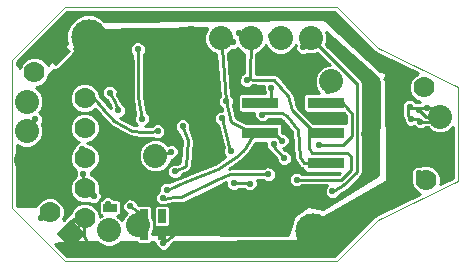
<source format=gbl>
G04 (created by PCBNEW (2013-jul-07)-stable) date Fri 12 Jun 2015 01:12:31 PM EDT*
%MOIN*%
G04 Gerber Fmt 3.4, Leading zero omitted, Abs format*
%FSLAX34Y34*%
G01*
G70*
G90*
G04 APERTURE LIST*
%ADD10C,0.00590551*%
%ADD11C,0.00393701*%
%ADD12R,0.119X0.038*%
%ADD13R,0.045X0.025*%
%ADD14R,0.07X0.07*%
%ADD15C,0.07*%
%ADD16C,0.08*%
%ADD17C,0.11811*%
%ADD18R,0.025X0.045*%
%ADD19C,0.022*%
%ADD20C,0.009*%
%ADD21C,0.02*%
%ADD22C,0.01*%
G04 APERTURE END LIST*
G54D10*
G54D11*
X28718Y-19360D02*
X19662Y-19360D01*
X28718Y-27825D02*
X19662Y-27825D01*
X19662Y-27825D02*
X17891Y-26053D01*
X17891Y-21132D02*
X19662Y-19360D01*
X32753Y-25167D02*
X30096Y-26447D01*
X32753Y-22018D02*
X32753Y-25167D01*
X30096Y-20738D02*
X32753Y-22018D01*
X17891Y-21132D02*
X17891Y-26053D01*
X28718Y-19360D02*
X30096Y-20738D01*
X28718Y-27825D02*
X30096Y-26447D01*
G54D12*
X26170Y-22551D03*
X26170Y-23551D03*
X26170Y-24551D03*
X28350Y-22551D03*
X28350Y-23551D03*
X28350Y-24551D03*
G54D13*
X21168Y-26049D03*
X21168Y-25449D03*
G54D14*
X20325Y-21395D03*
G54D15*
X20325Y-22395D03*
X20325Y-23395D03*
X20325Y-24395D03*
X20325Y-25395D03*
X20325Y-26395D03*
G54D16*
X21137Y-26807D03*
G54D10*
G36*
X19355Y-20319D02*
X19850Y-20814D01*
X19355Y-21309D01*
X18860Y-20814D01*
X19355Y-20319D01*
X19355Y-20319D01*
G37*
G54D15*
X18648Y-21521D03*
G54D10*
G36*
X30260Y-21779D02*
X30556Y-21144D01*
X31190Y-21440D01*
X30894Y-22075D01*
X30260Y-21779D01*
X30260Y-21779D01*
G37*
G54D15*
X31631Y-22032D03*
G54D10*
G36*
X30607Y-25996D02*
X30311Y-25362D01*
X30946Y-25066D01*
X31241Y-25700D01*
X30607Y-25996D01*
X30607Y-25996D01*
G37*
G54D15*
X31683Y-25108D03*
G54D10*
G36*
X20356Y-26908D02*
X19861Y-27403D01*
X19366Y-26908D01*
X19861Y-26413D01*
X20356Y-26908D01*
X20356Y-26908D01*
G37*
G54D15*
X19154Y-26201D03*
G54D16*
X32170Y-23010D03*
X32130Y-24060D03*
X22676Y-24314D03*
G54D17*
X20450Y-20344D03*
X27930Y-26840D03*
G54D16*
X24850Y-20400D03*
X25850Y-20400D03*
X26850Y-20400D03*
X23850Y-20400D03*
X18383Y-23494D03*
X18383Y-22510D03*
X18379Y-24462D03*
X27857Y-20381D03*
G54D18*
X22886Y-26325D03*
X22286Y-26325D03*
X22299Y-26897D03*
X22899Y-26897D03*
G54D16*
X22095Y-26636D03*
X28533Y-21840D03*
G54D19*
X22886Y-26325D03*
X20624Y-25660D03*
X20277Y-24936D03*
X23332Y-24836D03*
X23585Y-23333D03*
X26544Y-20337D03*
X25827Y-25241D03*
X25299Y-25229D03*
X25190Y-24158D03*
X24894Y-23073D03*
X30750Y-21452D03*
X30681Y-25547D03*
X19754Y-27194D03*
X19362Y-20733D03*
X19632Y-20865D03*
X19976Y-27018D03*
X30610Y-21660D03*
X31623Y-23909D03*
X31056Y-23916D03*
X31266Y-24427D03*
X31900Y-24440D03*
X30946Y-25431D03*
X28128Y-23945D03*
X26238Y-22943D03*
X28578Y-25497D03*
X26544Y-22041D03*
X27608Y-20700D03*
X26616Y-23934D03*
X26978Y-24398D03*
X26509Y-26824D03*
X28854Y-21006D03*
X26064Y-22082D03*
X26403Y-20937D03*
X28986Y-23106D03*
X23638Y-25976D03*
X25836Y-23016D03*
X24024Y-24339D03*
X24444Y-22671D03*
X23832Y-20562D03*
X21371Y-24917D03*
X18483Y-25554D03*
X20713Y-21406D03*
X26196Y-26105D03*
X27059Y-23378D03*
X31469Y-22775D03*
X27534Y-22658D03*
X28004Y-21445D03*
X21858Y-24385D03*
X29898Y-23690D03*
X30033Y-23405D03*
X29796Y-23288D03*
X29646Y-23588D03*
X31161Y-22677D03*
X31214Y-23089D03*
X31722Y-22729D03*
X31511Y-23179D03*
X18932Y-24462D03*
X19226Y-23349D03*
X22941Y-27216D03*
X24714Y-26723D03*
X22755Y-23499D03*
X23190Y-24184D03*
X18582Y-21318D03*
X18600Y-21702D03*
X31602Y-22250D03*
X31773Y-22051D03*
X31457Y-24902D03*
X31770Y-25020D03*
X19128Y-26184D03*
X18867Y-26379D03*
X21446Y-22798D03*
X21156Y-22216D03*
X22096Y-20766D03*
X22233Y-23088D03*
X18678Y-22510D03*
X28416Y-22155D03*
X21092Y-25930D03*
X18678Y-23100D03*
X21112Y-26852D03*
X25470Y-20217D03*
X25731Y-21807D03*
X27389Y-25109D03*
X26439Y-24935D03*
X22932Y-25726D03*
X28469Y-23602D03*
X26061Y-23556D03*
X26895Y-23808D03*
X25257Y-20526D03*
X25032Y-22505D03*
X23054Y-25448D03*
X21839Y-26001D03*
X20400Y-23444D03*
X20238Y-24086D03*
G54D20*
X20295Y-25400D02*
X20338Y-25400D01*
X20338Y-25400D02*
X20624Y-25660D01*
X20277Y-24936D02*
X20295Y-25175D01*
X20295Y-25175D02*
X20295Y-25400D01*
X23760Y-23787D02*
X23585Y-23381D01*
X23585Y-23381D02*
X23585Y-23333D01*
X23332Y-24836D02*
X23694Y-24644D01*
X23694Y-24644D02*
X23760Y-23787D01*
X25827Y-25241D02*
X25815Y-25229D01*
X25815Y-25229D02*
X25299Y-25229D01*
X25190Y-24158D02*
X25145Y-24030D01*
X25145Y-24030D02*
X24894Y-23073D01*
X30725Y-21476D02*
X30725Y-21609D01*
X30750Y-21452D02*
X30725Y-21476D01*
X30796Y-25431D02*
X30946Y-25431D01*
X30681Y-25547D02*
X30796Y-25431D01*
X19754Y-27194D02*
X19861Y-26908D01*
X19455Y-20088D02*
X19420Y-20778D01*
X19362Y-20733D02*
X19420Y-20778D01*
X19632Y-20865D02*
X19420Y-20778D01*
X20298Y-26976D02*
X20560Y-27480D01*
X20560Y-27480D02*
X21690Y-27590D01*
X21690Y-27590D02*
X24320Y-27530D01*
X24320Y-27530D02*
X24790Y-27300D01*
X20325Y-26395D02*
X20298Y-26976D01*
X20298Y-26976D02*
X20299Y-26984D01*
X20325Y-26395D02*
X19917Y-26439D01*
X19917Y-26439D02*
X19861Y-26908D01*
X19976Y-27018D02*
X19763Y-27043D01*
X19763Y-27043D02*
X20325Y-26395D01*
X30610Y-21660D02*
X30641Y-21628D01*
X30641Y-21628D02*
X30866Y-21628D01*
X31063Y-23909D02*
X31623Y-23909D01*
X31056Y-23916D02*
X31063Y-23909D01*
X31462Y-24301D02*
X31392Y-24301D01*
X31392Y-24301D02*
X31266Y-24427D01*
X32130Y-24060D02*
X31199Y-24060D01*
X30946Y-24312D02*
X30946Y-25431D01*
X31199Y-24060D02*
X30946Y-24312D01*
X32130Y-24060D02*
X32130Y-24210D01*
X32130Y-24210D02*
X31900Y-24440D01*
X31980Y-24010D02*
X31230Y-24010D01*
X30866Y-23646D02*
X30866Y-21628D01*
X31230Y-24010D02*
X30866Y-23646D01*
X30718Y-21628D02*
X30866Y-21628D01*
X28895Y-19805D02*
X29277Y-20187D01*
X29277Y-20187D02*
X29315Y-20225D01*
X29315Y-20225D02*
X30718Y-21628D01*
X19905Y-19587D02*
X19455Y-20088D01*
X28600Y-19510D02*
X28895Y-19805D01*
X27857Y-19515D02*
X19905Y-19587D01*
X27857Y-19510D02*
X27857Y-19515D01*
X27857Y-19510D02*
X28600Y-19510D01*
X28350Y-22551D02*
X28935Y-22551D01*
X28948Y-23945D02*
X28128Y-23945D01*
X29223Y-23643D02*
X28948Y-23945D01*
X29219Y-22914D02*
X29223Y-23643D01*
X28935Y-22551D02*
X29219Y-22914D01*
X27063Y-22994D02*
X26901Y-22902D01*
X26901Y-22902D02*
X26301Y-22880D01*
X26301Y-22880D02*
X26238Y-22943D01*
X28350Y-24551D02*
X27627Y-24551D01*
X27428Y-23445D02*
X27063Y-22994D01*
X27063Y-22994D02*
X27066Y-22997D01*
X27504Y-24359D02*
X27428Y-23445D01*
X27627Y-24551D02*
X27504Y-24359D01*
X28782Y-21308D02*
X27857Y-20383D01*
X29378Y-21883D02*
X28782Y-21308D01*
X29395Y-24847D02*
X29401Y-21883D01*
X28945Y-25305D02*
X29395Y-24847D01*
X28667Y-25455D02*
X28945Y-25305D01*
X28578Y-25497D02*
X28667Y-25455D01*
X29401Y-21883D02*
X29378Y-21883D01*
X27857Y-20383D02*
X27857Y-20381D01*
X26523Y-22551D02*
X26170Y-22551D01*
X26544Y-22041D02*
X26523Y-22551D01*
X27608Y-20700D02*
X27857Y-20545D01*
X27857Y-20545D02*
X27857Y-20381D01*
X26616Y-24036D02*
X26616Y-23934D01*
X26978Y-24398D02*
X26616Y-24036D01*
X26362Y-26677D02*
X26362Y-26299D01*
X26509Y-26824D02*
X26362Y-26677D01*
X28868Y-21006D02*
X28971Y-20903D01*
X28854Y-21006D02*
X28868Y-21006D01*
X25604Y-23016D02*
X25836Y-23016D01*
X25376Y-22788D02*
X25604Y-23016D01*
X25376Y-22235D02*
X25376Y-22788D01*
X25462Y-22149D02*
X25376Y-22235D01*
X25997Y-22149D02*
X25462Y-22149D01*
X26064Y-22082D02*
X25997Y-22149D01*
X27199Y-21445D02*
X26803Y-21049D01*
X26803Y-21049D02*
X26403Y-20937D01*
X27199Y-21445D02*
X28004Y-21445D01*
X26403Y-21221D02*
X26403Y-20937D01*
X26159Y-21465D02*
X26403Y-21221D01*
X27534Y-22774D02*
X27534Y-22658D01*
X27782Y-23022D02*
X27534Y-22774D01*
X28902Y-23022D02*
X27782Y-23022D01*
X28986Y-23106D02*
X28902Y-23022D01*
X27666Y-21528D02*
X27921Y-21528D01*
X27921Y-21528D02*
X28004Y-21445D01*
X22623Y-26040D02*
X22623Y-26040D01*
X22704Y-25960D02*
X22623Y-26040D01*
X23622Y-25960D02*
X22704Y-25960D01*
X23638Y-25976D02*
X23622Y-25960D01*
X26013Y-23165D02*
X25985Y-23165D01*
X26013Y-23165D02*
X26040Y-23192D01*
X26040Y-23192D02*
X26040Y-23224D01*
X26039Y-23225D02*
X26040Y-23224D01*
X26039Y-23225D02*
X26908Y-23225D01*
X26908Y-23225D02*
X27059Y-23376D01*
X27059Y-23376D02*
X27059Y-23378D01*
X25985Y-23165D02*
X25836Y-23016D01*
X24201Y-24162D02*
X24201Y-23454D01*
X24024Y-24339D02*
X24201Y-24162D01*
X27059Y-23378D02*
X27059Y-23540D01*
X26954Y-24728D02*
X26936Y-24710D01*
X26954Y-25708D02*
X26954Y-24728D01*
X26362Y-26299D02*
X26954Y-25708D01*
X27059Y-23540D02*
X27218Y-23612D01*
X27218Y-23612D02*
X27218Y-24515D01*
X27218Y-24515D02*
X26936Y-24710D01*
X24444Y-22671D02*
X24444Y-22135D01*
X23850Y-21541D02*
X23850Y-20400D01*
X24444Y-22135D02*
X23850Y-21541D01*
X24444Y-23211D02*
X24444Y-22671D01*
X24201Y-23454D02*
X24444Y-23211D01*
X23832Y-20562D02*
X23850Y-20544D01*
X23850Y-20544D02*
X23850Y-20400D01*
X21168Y-24885D02*
X21339Y-24885D01*
X21339Y-24885D02*
X21371Y-24917D01*
X21168Y-25449D02*
X21168Y-24885D01*
X21168Y-24885D02*
X21168Y-24859D01*
X21168Y-24859D02*
X21628Y-24399D01*
X18600Y-25202D02*
X18600Y-25436D01*
X18600Y-25436D02*
X18483Y-25554D01*
X18932Y-24462D02*
X18932Y-24804D01*
X18932Y-24804D02*
X18567Y-25169D01*
X20450Y-21143D02*
X20450Y-20344D01*
X20713Y-21406D02*
X20450Y-21143D01*
X18379Y-24462D02*
X18379Y-24981D01*
X18379Y-24981D02*
X18567Y-25169D01*
X18567Y-25169D02*
X18600Y-25202D01*
X22899Y-26897D02*
X22639Y-26803D01*
X22639Y-26803D02*
X22623Y-26040D01*
X22618Y-25789D02*
X22498Y-25638D01*
X22290Y-25266D02*
X21858Y-24385D01*
X22498Y-25638D02*
X22290Y-25266D01*
X22623Y-26040D02*
X22618Y-25789D01*
X22899Y-26897D02*
X22941Y-27216D01*
X25134Y-26105D02*
X26196Y-26105D01*
X25083Y-26054D02*
X25134Y-26105D01*
X24973Y-26618D02*
X26044Y-26618D01*
X26044Y-26618D02*
X26362Y-26299D01*
X21872Y-24399D02*
X21628Y-24399D01*
X21628Y-24399D02*
X21350Y-24121D01*
X32001Y-23179D02*
X32170Y-23010D01*
X31511Y-23179D02*
X32001Y-23179D01*
X31704Y-23010D02*
X31469Y-22775D01*
X32170Y-23010D02*
X31704Y-23010D01*
X31421Y-23089D02*
X31511Y-23179D01*
X31214Y-23089D02*
X31421Y-23089D01*
X18897Y-24497D02*
X18932Y-24462D01*
X27534Y-21915D02*
X27534Y-22658D01*
X28004Y-21445D02*
X27534Y-21915D01*
X21872Y-24399D02*
X21858Y-24385D01*
X29898Y-23690D02*
X30033Y-23555D01*
X30033Y-23555D02*
X30033Y-23405D01*
X29796Y-23288D02*
X29646Y-23438D01*
X29646Y-23438D02*
X29646Y-23588D01*
X31110Y-22796D02*
X31110Y-22728D01*
X31110Y-22728D02*
X31161Y-22677D01*
X31110Y-22715D02*
X31110Y-22796D01*
X31110Y-22796D02*
X31110Y-22985D01*
X31110Y-22985D02*
X31214Y-23089D01*
X31722Y-22729D02*
X31889Y-22729D01*
X31889Y-22729D02*
X32170Y-23010D01*
X31124Y-22729D02*
X31722Y-22729D01*
X31110Y-22715D02*
X31124Y-22729D01*
X18932Y-24462D02*
X18939Y-24455D01*
X18939Y-24455D02*
X18939Y-23216D01*
X19226Y-23349D02*
X19093Y-23216D01*
X19093Y-23216D02*
X18939Y-23216D01*
X24714Y-26723D02*
X23587Y-26723D01*
X23587Y-26723D02*
X22941Y-27216D01*
X24714Y-26723D02*
X24819Y-26618D01*
X24819Y-26618D02*
X24973Y-26618D01*
X24973Y-26618D02*
X24980Y-26618D01*
X20295Y-22400D02*
X20629Y-22400D01*
X20629Y-22400D02*
X20943Y-22759D01*
X20943Y-22759D02*
X21306Y-23160D01*
X21306Y-23160D02*
X21912Y-23485D01*
X21912Y-23485D02*
X22266Y-23514D01*
X22266Y-23514D02*
X22452Y-23526D01*
X22452Y-23526D02*
X22755Y-23499D01*
X23190Y-24184D02*
X23161Y-24213D01*
X23161Y-24213D02*
X22754Y-24217D01*
G54D21*
X18582Y-21318D02*
X18713Y-21485D01*
X18600Y-21702D02*
X18713Y-21485D01*
X31602Y-22250D02*
X31773Y-22078D01*
X31773Y-22078D02*
X31773Y-22051D01*
X31457Y-24902D02*
X31563Y-25008D01*
X31563Y-25008D02*
X31853Y-25008D01*
G54D20*
X31781Y-25008D02*
X31853Y-25008D01*
X31770Y-25020D02*
X31781Y-25008D01*
G54D21*
X19128Y-26184D02*
X19056Y-26336D01*
X18867Y-26379D02*
X19056Y-26336D01*
G54D20*
X21446Y-22798D02*
X21329Y-22540D01*
X21329Y-22540D02*
X21156Y-22216D01*
X22111Y-21671D02*
X22111Y-21269D01*
X22111Y-21269D02*
X22096Y-20766D01*
X22233Y-23088D02*
X22113Y-22372D01*
X22113Y-22372D02*
X22111Y-21671D01*
X18678Y-22510D02*
X18383Y-22510D01*
X28533Y-22038D02*
X28533Y-21840D01*
X28416Y-22155D02*
X28533Y-22038D01*
X21157Y-25995D02*
X21155Y-26031D01*
X21092Y-25930D02*
X21157Y-25995D01*
X18383Y-23396D02*
X18383Y-23494D01*
X18678Y-23100D02*
X18383Y-23396D01*
X21051Y-26791D02*
X21032Y-26791D01*
X21112Y-26852D02*
X21051Y-26791D01*
X25676Y-21742D02*
X25835Y-21749D01*
X25676Y-21742D02*
X26136Y-21786D01*
X25656Y-20400D02*
X25850Y-20400D01*
X25470Y-20217D02*
X25656Y-20400D01*
X27997Y-23551D02*
X28350Y-23551D01*
X27225Y-22779D02*
X27997Y-23551D01*
X27095Y-22311D02*
X27225Y-22779D01*
X26636Y-21789D02*
X27095Y-22311D01*
X26411Y-21780D02*
X26636Y-21789D01*
X26136Y-21786D02*
X26411Y-21780D01*
X25835Y-21749D02*
X25850Y-20400D01*
X25710Y-21786D02*
X25676Y-21742D01*
X25731Y-21807D02*
X25710Y-21786D01*
X27389Y-25109D02*
X28874Y-25109D01*
X28874Y-25109D02*
X29184Y-24799D01*
X29184Y-24799D02*
X29184Y-24317D01*
X29184Y-24317D02*
X29076Y-24209D01*
X29076Y-24209D02*
X27888Y-24209D01*
X27888Y-24209D02*
X27799Y-24065D01*
X27799Y-24065D02*
X27799Y-23695D01*
X27799Y-23695D02*
X27862Y-23551D01*
X27862Y-23551D02*
X28350Y-23551D01*
X25170Y-24935D02*
X26439Y-24935D01*
X24705Y-25137D02*
X25170Y-24935D01*
X23532Y-25707D02*
X24705Y-25137D01*
X23286Y-25707D02*
X23532Y-25707D01*
X22953Y-25747D02*
X23286Y-25707D01*
X22932Y-25726D02*
X22953Y-25747D01*
X28418Y-23551D02*
X28350Y-23551D01*
X28469Y-23602D02*
X28418Y-23551D01*
X26009Y-23504D02*
X26113Y-23539D01*
X26061Y-23556D02*
X26009Y-23504D01*
X25589Y-24163D02*
X25589Y-24150D01*
X26009Y-23513D02*
X26113Y-23539D01*
X25842Y-23794D02*
X26009Y-23513D01*
X25691Y-24030D02*
X25842Y-23794D01*
X25589Y-24150D02*
X25691Y-24030D01*
X26895Y-23808D02*
X26638Y-23551D01*
X26638Y-23551D02*
X26113Y-23539D01*
X24850Y-20400D02*
X25080Y-20400D01*
X25080Y-20400D02*
X25257Y-20526D01*
X25032Y-22505D02*
X25209Y-23184D01*
X25209Y-23184D02*
X25945Y-23551D01*
X25945Y-23551D02*
X26113Y-23539D01*
X24850Y-20400D02*
X24892Y-20734D01*
X24892Y-20734D02*
X25032Y-22505D01*
X23730Y-25173D02*
X23054Y-25448D01*
X24764Y-24750D02*
X23730Y-25173D01*
X25586Y-24166D02*
X25589Y-24163D01*
X25589Y-24163D02*
X25358Y-24359D01*
X25358Y-24359D02*
X24764Y-24750D01*
X22299Y-26897D02*
X22286Y-26325D01*
X22286Y-26325D02*
X21839Y-26001D01*
X20400Y-23444D02*
X20351Y-23395D01*
X20351Y-23395D02*
X20325Y-23395D01*
X20244Y-23654D02*
X20295Y-23603D01*
X20295Y-23603D02*
X20295Y-23400D01*
X20238Y-24086D02*
X20295Y-24287D01*
X20295Y-24287D02*
X20295Y-24400D01*
X20265Y-24098D02*
X20295Y-24128D01*
X20295Y-24128D02*
X20295Y-24400D01*
G54D10*
G36*
X25015Y-24350D02*
X24668Y-24579D01*
X23954Y-24870D01*
X23954Y-23784D01*
X23948Y-23756D01*
X23945Y-23726D01*
X23940Y-23718D01*
X23938Y-23709D01*
X23822Y-23439D01*
X23844Y-23384D01*
X23845Y-23281D01*
X23805Y-23185D01*
X23732Y-23112D01*
X23636Y-23073D01*
X23533Y-23072D01*
X23437Y-23112D01*
X23364Y-23185D01*
X23325Y-23281D01*
X23324Y-23384D01*
X23364Y-23480D01*
X23437Y-23553D01*
X23448Y-23558D01*
X23561Y-23820D01*
X23507Y-24522D01*
X23450Y-24552D01*
X23450Y-24132D01*
X23410Y-24036D01*
X23337Y-23963D01*
X23241Y-23924D01*
X23138Y-23923D01*
X23085Y-23945D01*
X23015Y-23875D01*
X23015Y-23447D01*
X22975Y-23351D01*
X22902Y-23278D01*
X22806Y-23239D01*
X22703Y-23238D01*
X22607Y-23278D01*
X22566Y-23320D01*
X22449Y-23330D01*
X22343Y-23323D01*
X22380Y-23308D01*
X22453Y-23235D01*
X22492Y-23139D01*
X22493Y-23036D01*
X22453Y-22940D01*
X22396Y-22883D01*
X22308Y-22358D01*
X22306Y-21670D01*
X22306Y-21269D01*
X22305Y-21265D01*
X22305Y-21263D01*
X22296Y-20933D01*
X22316Y-20913D01*
X22355Y-20817D01*
X22356Y-20714D01*
X22316Y-20618D01*
X22243Y-20545D01*
X22147Y-20506D01*
X22044Y-20505D01*
X21948Y-20545D01*
X21875Y-20618D01*
X21836Y-20714D01*
X21835Y-20817D01*
X21875Y-20913D01*
X21906Y-20943D01*
X21916Y-21274D01*
X21916Y-21671D01*
X21916Y-21671D01*
X21916Y-21671D01*
X21918Y-22372D01*
X21921Y-22386D01*
X21920Y-22404D01*
X22011Y-22944D01*
X21973Y-23036D01*
X21972Y-23139D01*
X22012Y-23235D01*
X22080Y-23303D01*
X21968Y-23293D01*
X21515Y-23050D01*
X21593Y-23018D01*
X21666Y-22945D01*
X21705Y-22849D01*
X21706Y-22746D01*
X21666Y-22650D01*
X21593Y-22577D01*
X21552Y-22560D01*
X21506Y-22459D01*
X21502Y-22454D01*
X21501Y-22448D01*
X21411Y-22279D01*
X21415Y-22267D01*
X21416Y-22164D01*
X21376Y-22068D01*
X21303Y-21995D01*
X21207Y-21956D01*
X21104Y-21955D01*
X21008Y-21995D01*
X20935Y-22068D01*
X20896Y-22164D01*
X20895Y-22267D01*
X20935Y-22363D01*
X21008Y-22436D01*
X21065Y-22459D01*
X21154Y-22626D01*
X21196Y-22720D01*
X21188Y-22739D01*
X21090Y-22631D01*
X21089Y-22630D01*
X20825Y-22327D01*
X20825Y-22295D01*
X20749Y-22112D01*
X20608Y-21971D01*
X20424Y-21895D01*
X20225Y-21894D01*
X20042Y-21970D01*
X19901Y-22111D01*
X19825Y-22295D01*
X19824Y-22494D01*
X19900Y-22677D01*
X20041Y-22818D01*
X20225Y-22894D01*
X20424Y-22895D01*
X20607Y-22819D01*
X20676Y-22750D01*
X20796Y-22887D01*
X20797Y-22888D01*
X20798Y-22889D01*
X21154Y-23282D01*
X21155Y-23283D01*
X21156Y-23284D01*
X21161Y-23290D01*
X21181Y-23305D01*
X21213Y-23331D01*
X21819Y-23656D01*
X21821Y-23657D01*
X21822Y-23658D01*
X21860Y-23669D01*
X21892Y-23678D01*
X21894Y-23678D01*
X21896Y-23679D01*
X22250Y-23708D01*
X22252Y-23708D01*
X22253Y-23708D01*
X22439Y-23720D01*
X22454Y-23718D01*
X22469Y-23720D01*
X22597Y-23708D01*
X22607Y-23719D01*
X22703Y-23758D01*
X22806Y-23759D01*
X22902Y-23719D01*
X22975Y-23646D01*
X23014Y-23550D01*
X23015Y-23447D01*
X23015Y-23875D01*
X22987Y-23848D01*
X22785Y-23764D01*
X22567Y-23763D01*
X22364Y-23847D01*
X22210Y-24002D01*
X22126Y-24204D01*
X22125Y-24422D01*
X22209Y-24625D01*
X22364Y-24779D01*
X22566Y-24863D01*
X22784Y-24864D01*
X22987Y-24780D01*
X23141Y-24625D01*
X23217Y-24444D01*
X23241Y-24444D01*
X23337Y-24404D01*
X23410Y-24331D01*
X23449Y-24235D01*
X23450Y-24132D01*
X23450Y-24552D01*
X23396Y-24581D01*
X23383Y-24576D01*
X23280Y-24575D01*
X23184Y-24615D01*
X23111Y-24688D01*
X23072Y-24784D01*
X23071Y-24887D01*
X23111Y-24983D01*
X23184Y-25056D01*
X23280Y-25095D01*
X23383Y-25096D01*
X23479Y-25056D01*
X23552Y-24983D01*
X23575Y-24927D01*
X23785Y-24816D01*
X23803Y-24801D01*
X23820Y-24792D01*
X23830Y-24779D01*
X23844Y-24768D01*
X23855Y-24748D01*
X23867Y-24732D01*
X23872Y-24717D01*
X23880Y-24701D01*
X23882Y-24678D01*
X23888Y-24658D01*
X23954Y-23801D01*
X23953Y-23792D01*
X23954Y-23784D01*
X23954Y-24870D01*
X23656Y-24992D01*
X23654Y-24993D01*
X23140Y-25202D01*
X23105Y-25188D01*
X23002Y-25187D01*
X22906Y-25227D01*
X22833Y-25300D01*
X22794Y-25396D01*
X22793Y-25499D01*
X22794Y-25501D01*
X22784Y-25505D01*
X22711Y-25578D01*
X22672Y-25674D01*
X22671Y-25777D01*
X22711Y-25873D01*
X22784Y-25946D01*
X22793Y-25949D01*
X22731Y-25949D01*
X22676Y-25972D01*
X22633Y-26014D01*
X22611Y-26070D01*
X22610Y-26129D01*
X22610Y-26444D01*
X22561Y-26324D01*
X22561Y-26324D01*
X22561Y-26070D01*
X22538Y-26015D01*
X22496Y-25972D01*
X22440Y-25950D01*
X22381Y-25949D01*
X22131Y-25949D01*
X22112Y-25957D01*
X22098Y-25948D01*
X22059Y-25853D01*
X21986Y-25780D01*
X21890Y-25741D01*
X21787Y-25740D01*
X21691Y-25780D01*
X21618Y-25853D01*
X21579Y-25949D01*
X21578Y-26052D01*
X21618Y-26148D01*
X21691Y-26221D01*
X21720Y-26233D01*
X21629Y-26324D01*
X21571Y-26463D01*
X21448Y-26341D01*
X21408Y-26324D01*
X21422Y-26324D01*
X21477Y-26301D01*
X21520Y-26259D01*
X21542Y-26203D01*
X21543Y-26144D01*
X21543Y-25894D01*
X21520Y-25839D01*
X21478Y-25796D01*
X21422Y-25774D01*
X21363Y-25773D01*
X21303Y-25773D01*
X21239Y-25709D01*
X21143Y-25670D01*
X21040Y-25669D01*
X20944Y-25709D01*
X20884Y-25770D01*
X20884Y-25608D01*
X20844Y-25512D01*
X20824Y-25493D01*
X20825Y-25295D01*
X20749Y-25112D01*
X20608Y-24971D01*
X20536Y-24941D01*
X20537Y-24884D01*
X20524Y-24853D01*
X20607Y-24819D01*
X20748Y-24678D01*
X20824Y-24494D01*
X20825Y-24295D01*
X20749Y-24112D01*
X20608Y-23971D01*
X20424Y-23895D01*
X20414Y-23895D01*
X20414Y-23895D01*
X20424Y-23895D01*
X20607Y-23819D01*
X20748Y-23678D01*
X20824Y-23494D01*
X20825Y-23295D01*
X20749Y-23112D01*
X20608Y-22971D01*
X20424Y-22895D01*
X20225Y-22894D01*
X20042Y-22970D01*
X19901Y-23111D01*
X19825Y-23295D01*
X19824Y-23494D01*
X19900Y-23677D01*
X20041Y-23818D01*
X20122Y-23852D01*
X20090Y-23865D01*
X20017Y-23938D01*
X19978Y-24034D01*
X19978Y-24034D01*
X19901Y-24111D01*
X19825Y-24295D01*
X19824Y-24494D01*
X19900Y-24677D01*
X20041Y-24818D01*
X20043Y-24819D01*
X20017Y-24884D01*
X20016Y-24987D01*
X20019Y-24993D01*
X19901Y-25111D01*
X19825Y-25295D01*
X19824Y-25494D01*
X19900Y-25677D01*
X20041Y-25818D01*
X20225Y-25894D01*
X20424Y-25895D01*
X20471Y-25875D01*
X20476Y-25880D01*
X20572Y-25919D01*
X20675Y-25920D01*
X20771Y-25880D01*
X20844Y-25807D01*
X20883Y-25711D01*
X20884Y-25608D01*
X20884Y-25770D01*
X20871Y-25782D01*
X20867Y-25792D01*
X20858Y-25796D01*
X20815Y-25838D01*
X20793Y-25894D01*
X20792Y-25953D01*
X20792Y-26203D01*
X20815Y-26258D01*
X20857Y-26301D01*
X20889Y-26314D01*
X20825Y-26340D01*
X20825Y-26341D01*
X20825Y-26295D01*
X20749Y-26112D01*
X20608Y-25971D01*
X20424Y-25895D01*
X20225Y-25894D01*
X20042Y-25970D01*
X19901Y-26111D01*
X19838Y-26263D01*
X19837Y-26263D01*
X19831Y-26263D01*
X19776Y-26286D01*
X19734Y-26328D01*
X19619Y-26443D01*
X19599Y-26432D01*
X19654Y-26301D01*
X19654Y-26102D01*
X19578Y-25918D01*
X19438Y-25777D01*
X19254Y-25701D01*
X19055Y-25701D01*
X18871Y-25777D01*
X18730Y-25917D01*
X18705Y-25979D01*
X18075Y-25998D01*
X18061Y-25983D01*
X18061Y-23949D01*
X18071Y-23960D01*
X18273Y-24044D01*
X18492Y-24044D01*
X18694Y-23961D01*
X18849Y-23806D01*
X18933Y-23604D01*
X18933Y-23385D01*
X18883Y-23263D01*
X18899Y-23248D01*
X18938Y-23152D01*
X18938Y-23049D01*
X18899Y-22953D01*
X18826Y-22880D01*
X18801Y-22870D01*
X18849Y-22822D01*
X18933Y-22620D01*
X18933Y-22574D01*
X18938Y-22562D01*
X18938Y-22458D01*
X18933Y-22446D01*
X18933Y-22401D01*
X18850Y-22199D01*
X18711Y-22060D01*
X18748Y-22021D01*
X18931Y-21945D01*
X19072Y-21805D01*
X19148Y-21621D01*
X19148Y-21597D01*
X19291Y-21445D01*
X19325Y-21459D01*
X19385Y-21459D01*
X19440Y-21436D01*
X19482Y-21394D01*
X19977Y-20899D01*
X20000Y-20844D01*
X20000Y-20784D01*
X19977Y-20729D01*
X19972Y-20724D01*
X20551Y-20109D01*
X24412Y-20059D01*
X24384Y-20088D01*
X24300Y-20290D01*
X24299Y-20508D01*
X24383Y-20711D01*
X24538Y-20865D01*
X24712Y-20938D01*
X24823Y-22345D01*
X24811Y-22357D01*
X24772Y-22453D01*
X24771Y-22556D01*
X24811Y-22652D01*
X24884Y-22725D01*
X24888Y-22726D01*
X24910Y-22813D01*
X24842Y-22812D01*
X24746Y-22852D01*
X24673Y-22925D01*
X24634Y-23021D01*
X24633Y-23124D01*
X24673Y-23220D01*
X24746Y-23293D01*
X24750Y-23294D01*
X24950Y-24056D01*
X24930Y-24106D01*
X24929Y-24209D01*
X24969Y-24305D01*
X25015Y-24350D01*
X25015Y-24350D01*
G37*
G54D22*
X25015Y-24350D02*
X24668Y-24579D01*
X23954Y-24870D01*
X23954Y-23784D01*
X23948Y-23756D01*
X23945Y-23726D01*
X23940Y-23718D01*
X23938Y-23709D01*
X23822Y-23439D01*
X23844Y-23384D01*
X23845Y-23281D01*
X23805Y-23185D01*
X23732Y-23112D01*
X23636Y-23073D01*
X23533Y-23072D01*
X23437Y-23112D01*
X23364Y-23185D01*
X23325Y-23281D01*
X23324Y-23384D01*
X23364Y-23480D01*
X23437Y-23553D01*
X23448Y-23558D01*
X23561Y-23820D01*
X23507Y-24522D01*
X23450Y-24552D01*
X23450Y-24132D01*
X23410Y-24036D01*
X23337Y-23963D01*
X23241Y-23924D01*
X23138Y-23923D01*
X23085Y-23945D01*
X23015Y-23875D01*
X23015Y-23447D01*
X22975Y-23351D01*
X22902Y-23278D01*
X22806Y-23239D01*
X22703Y-23238D01*
X22607Y-23278D01*
X22566Y-23320D01*
X22449Y-23330D01*
X22343Y-23323D01*
X22380Y-23308D01*
X22453Y-23235D01*
X22492Y-23139D01*
X22493Y-23036D01*
X22453Y-22940D01*
X22396Y-22883D01*
X22308Y-22358D01*
X22306Y-21670D01*
X22306Y-21269D01*
X22305Y-21265D01*
X22305Y-21263D01*
X22296Y-20933D01*
X22316Y-20913D01*
X22355Y-20817D01*
X22356Y-20714D01*
X22316Y-20618D01*
X22243Y-20545D01*
X22147Y-20506D01*
X22044Y-20505D01*
X21948Y-20545D01*
X21875Y-20618D01*
X21836Y-20714D01*
X21835Y-20817D01*
X21875Y-20913D01*
X21906Y-20943D01*
X21916Y-21274D01*
X21916Y-21671D01*
X21916Y-21671D01*
X21916Y-21671D01*
X21918Y-22372D01*
X21921Y-22386D01*
X21920Y-22404D01*
X22011Y-22944D01*
X21973Y-23036D01*
X21972Y-23139D01*
X22012Y-23235D01*
X22080Y-23303D01*
X21968Y-23293D01*
X21515Y-23050D01*
X21593Y-23018D01*
X21666Y-22945D01*
X21705Y-22849D01*
X21706Y-22746D01*
X21666Y-22650D01*
X21593Y-22577D01*
X21552Y-22560D01*
X21506Y-22459D01*
X21502Y-22454D01*
X21501Y-22448D01*
X21411Y-22279D01*
X21415Y-22267D01*
X21416Y-22164D01*
X21376Y-22068D01*
X21303Y-21995D01*
X21207Y-21956D01*
X21104Y-21955D01*
X21008Y-21995D01*
X20935Y-22068D01*
X20896Y-22164D01*
X20895Y-22267D01*
X20935Y-22363D01*
X21008Y-22436D01*
X21065Y-22459D01*
X21154Y-22626D01*
X21196Y-22720D01*
X21188Y-22739D01*
X21090Y-22631D01*
X21089Y-22630D01*
X20825Y-22327D01*
X20825Y-22295D01*
X20749Y-22112D01*
X20608Y-21971D01*
X20424Y-21895D01*
X20225Y-21894D01*
X20042Y-21970D01*
X19901Y-22111D01*
X19825Y-22295D01*
X19824Y-22494D01*
X19900Y-22677D01*
X20041Y-22818D01*
X20225Y-22894D01*
X20424Y-22895D01*
X20607Y-22819D01*
X20676Y-22750D01*
X20796Y-22887D01*
X20797Y-22888D01*
X20798Y-22889D01*
X21154Y-23282D01*
X21155Y-23283D01*
X21156Y-23284D01*
X21161Y-23290D01*
X21181Y-23305D01*
X21213Y-23331D01*
X21819Y-23656D01*
X21821Y-23657D01*
X21822Y-23658D01*
X21860Y-23669D01*
X21892Y-23678D01*
X21894Y-23678D01*
X21896Y-23679D01*
X22250Y-23708D01*
X22252Y-23708D01*
X22253Y-23708D01*
X22439Y-23720D01*
X22454Y-23718D01*
X22469Y-23720D01*
X22597Y-23708D01*
X22607Y-23719D01*
X22703Y-23758D01*
X22806Y-23759D01*
X22902Y-23719D01*
X22975Y-23646D01*
X23014Y-23550D01*
X23015Y-23447D01*
X23015Y-23875D01*
X22987Y-23848D01*
X22785Y-23764D01*
X22567Y-23763D01*
X22364Y-23847D01*
X22210Y-24002D01*
X22126Y-24204D01*
X22125Y-24422D01*
X22209Y-24625D01*
X22364Y-24779D01*
X22566Y-24863D01*
X22784Y-24864D01*
X22987Y-24780D01*
X23141Y-24625D01*
X23217Y-24444D01*
X23241Y-24444D01*
X23337Y-24404D01*
X23410Y-24331D01*
X23449Y-24235D01*
X23450Y-24132D01*
X23450Y-24552D01*
X23396Y-24581D01*
X23383Y-24576D01*
X23280Y-24575D01*
X23184Y-24615D01*
X23111Y-24688D01*
X23072Y-24784D01*
X23071Y-24887D01*
X23111Y-24983D01*
X23184Y-25056D01*
X23280Y-25095D01*
X23383Y-25096D01*
X23479Y-25056D01*
X23552Y-24983D01*
X23575Y-24927D01*
X23785Y-24816D01*
X23803Y-24801D01*
X23820Y-24792D01*
X23830Y-24779D01*
X23844Y-24768D01*
X23855Y-24748D01*
X23867Y-24732D01*
X23872Y-24717D01*
X23880Y-24701D01*
X23882Y-24678D01*
X23888Y-24658D01*
X23954Y-23801D01*
X23953Y-23792D01*
X23954Y-23784D01*
X23954Y-24870D01*
X23656Y-24992D01*
X23654Y-24993D01*
X23140Y-25202D01*
X23105Y-25188D01*
X23002Y-25187D01*
X22906Y-25227D01*
X22833Y-25300D01*
X22794Y-25396D01*
X22793Y-25499D01*
X22794Y-25501D01*
X22784Y-25505D01*
X22711Y-25578D01*
X22672Y-25674D01*
X22671Y-25777D01*
X22711Y-25873D01*
X22784Y-25946D01*
X22793Y-25949D01*
X22731Y-25949D01*
X22676Y-25972D01*
X22633Y-26014D01*
X22611Y-26070D01*
X22610Y-26129D01*
X22610Y-26444D01*
X22561Y-26324D01*
X22561Y-26324D01*
X22561Y-26070D01*
X22538Y-26015D01*
X22496Y-25972D01*
X22440Y-25950D01*
X22381Y-25949D01*
X22131Y-25949D01*
X22112Y-25957D01*
X22098Y-25948D01*
X22059Y-25853D01*
X21986Y-25780D01*
X21890Y-25741D01*
X21787Y-25740D01*
X21691Y-25780D01*
X21618Y-25853D01*
X21579Y-25949D01*
X21578Y-26052D01*
X21618Y-26148D01*
X21691Y-26221D01*
X21720Y-26233D01*
X21629Y-26324D01*
X21571Y-26463D01*
X21448Y-26341D01*
X21408Y-26324D01*
X21422Y-26324D01*
X21477Y-26301D01*
X21520Y-26259D01*
X21542Y-26203D01*
X21543Y-26144D01*
X21543Y-25894D01*
X21520Y-25839D01*
X21478Y-25796D01*
X21422Y-25774D01*
X21363Y-25773D01*
X21303Y-25773D01*
X21239Y-25709D01*
X21143Y-25670D01*
X21040Y-25669D01*
X20944Y-25709D01*
X20884Y-25770D01*
X20884Y-25608D01*
X20844Y-25512D01*
X20824Y-25493D01*
X20825Y-25295D01*
X20749Y-25112D01*
X20608Y-24971D01*
X20536Y-24941D01*
X20537Y-24884D01*
X20524Y-24853D01*
X20607Y-24819D01*
X20748Y-24678D01*
X20824Y-24494D01*
X20825Y-24295D01*
X20749Y-24112D01*
X20608Y-23971D01*
X20424Y-23895D01*
X20414Y-23895D01*
X20414Y-23895D01*
X20424Y-23895D01*
X20607Y-23819D01*
X20748Y-23678D01*
X20824Y-23494D01*
X20825Y-23295D01*
X20749Y-23112D01*
X20608Y-22971D01*
X20424Y-22895D01*
X20225Y-22894D01*
X20042Y-22970D01*
X19901Y-23111D01*
X19825Y-23295D01*
X19824Y-23494D01*
X19900Y-23677D01*
X20041Y-23818D01*
X20122Y-23852D01*
X20090Y-23865D01*
X20017Y-23938D01*
X19978Y-24034D01*
X19978Y-24034D01*
X19901Y-24111D01*
X19825Y-24295D01*
X19824Y-24494D01*
X19900Y-24677D01*
X20041Y-24818D01*
X20043Y-24819D01*
X20017Y-24884D01*
X20016Y-24987D01*
X20019Y-24993D01*
X19901Y-25111D01*
X19825Y-25295D01*
X19824Y-25494D01*
X19900Y-25677D01*
X20041Y-25818D01*
X20225Y-25894D01*
X20424Y-25895D01*
X20471Y-25875D01*
X20476Y-25880D01*
X20572Y-25919D01*
X20675Y-25920D01*
X20771Y-25880D01*
X20844Y-25807D01*
X20883Y-25711D01*
X20884Y-25608D01*
X20884Y-25770D01*
X20871Y-25782D01*
X20867Y-25792D01*
X20858Y-25796D01*
X20815Y-25838D01*
X20793Y-25894D01*
X20792Y-25953D01*
X20792Y-26203D01*
X20815Y-26258D01*
X20857Y-26301D01*
X20889Y-26314D01*
X20825Y-26340D01*
X20825Y-26341D01*
X20825Y-26295D01*
X20749Y-26112D01*
X20608Y-25971D01*
X20424Y-25895D01*
X20225Y-25894D01*
X20042Y-25970D01*
X19901Y-26111D01*
X19838Y-26263D01*
X19837Y-26263D01*
X19831Y-26263D01*
X19776Y-26286D01*
X19734Y-26328D01*
X19619Y-26443D01*
X19599Y-26432D01*
X19654Y-26301D01*
X19654Y-26102D01*
X19578Y-25918D01*
X19438Y-25777D01*
X19254Y-25701D01*
X19055Y-25701D01*
X18871Y-25777D01*
X18730Y-25917D01*
X18705Y-25979D01*
X18075Y-25998D01*
X18061Y-25983D01*
X18061Y-23949D01*
X18071Y-23960D01*
X18273Y-24044D01*
X18492Y-24044D01*
X18694Y-23961D01*
X18849Y-23806D01*
X18933Y-23604D01*
X18933Y-23385D01*
X18883Y-23263D01*
X18899Y-23248D01*
X18938Y-23152D01*
X18938Y-23049D01*
X18899Y-22953D01*
X18826Y-22880D01*
X18801Y-22870D01*
X18849Y-22822D01*
X18933Y-22620D01*
X18933Y-22574D01*
X18938Y-22562D01*
X18938Y-22458D01*
X18933Y-22446D01*
X18933Y-22401D01*
X18850Y-22199D01*
X18711Y-22060D01*
X18748Y-22021D01*
X18931Y-21945D01*
X19072Y-21805D01*
X19148Y-21621D01*
X19148Y-21597D01*
X19291Y-21445D01*
X19325Y-21459D01*
X19385Y-21459D01*
X19440Y-21436D01*
X19482Y-21394D01*
X19977Y-20899D01*
X20000Y-20844D01*
X20000Y-20784D01*
X19977Y-20729D01*
X19972Y-20724D01*
X20551Y-20109D01*
X24412Y-20059D01*
X24384Y-20088D01*
X24300Y-20290D01*
X24299Y-20508D01*
X24383Y-20711D01*
X24538Y-20865D01*
X24712Y-20938D01*
X24823Y-22345D01*
X24811Y-22357D01*
X24772Y-22453D01*
X24771Y-22556D01*
X24811Y-22652D01*
X24884Y-22725D01*
X24888Y-22726D01*
X24910Y-22813D01*
X24842Y-22812D01*
X24746Y-22852D01*
X24673Y-22925D01*
X24634Y-23021D01*
X24633Y-23124D01*
X24673Y-23220D01*
X24746Y-23293D01*
X24750Y-23294D01*
X24950Y-24056D01*
X24930Y-24106D01*
X24929Y-24209D01*
X24969Y-24305D01*
X25015Y-24350D01*
G54D10*
G36*
X29025Y-23232D02*
X28974Y-23211D01*
X28915Y-23210D01*
X27932Y-23210D01*
X27398Y-22677D01*
X27282Y-22258D01*
X27279Y-22253D01*
X27279Y-22248D01*
X27265Y-22224D01*
X27248Y-22190D01*
X27243Y-22186D01*
X27241Y-22182D01*
X26782Y-21660D01*
X26780Y-21658D01*
X26779Y-21656D01*
X26751Y-21636D01*
X26722Y-21614D01*
X26719Y-21613D01*
X26717Y-21612D01*
X26684Y-21603D01*
X26648Y-21594D01*
X26646Y-21594D01*
X26643Y-21594D01*
X26418Y-21585D01*
X26412Y-21586D01*
X26406Y-21585D01*
X26140Y-21590D01*
X26031Y-21580D01*
X26038Y-20917D01*
X26161Y-20866D01*
X26315Y-20711D01*
X26349Y-20630D01*
X26383Y-20711D01*
X26538Y-20865D01*
X26740Y-20949D01*
X26958Y-20950D01*
X27161Y-20866D01*
X27315Y-20711D01*
X27357Y-20612D01*
X27360Y-20618D01*
X27348Y-20648D01*
X27347Y-20751D01*
X27387Y-20847D01*
X27460Y-20920D01*
X27556Y-20959D01*
X27659Y-20960D01*
X27738Y-20927D01*
X27747Y-20930D01*
X27965Y-20931D01*
X28081Y-20883D01*
X28488Y-21289D01*
X28424Y-21289D01*
X28221Y-21373D01*
X28067Y-21528D01*
X27983Y-21730D01*
X27982Y-21948D01*
X28066Y-22151D01*
X28126Y-22210D01*
X27725Y-22210D01*
X27670Y-22233D01*
X27627Y-22275D01*
X27605Y-22331D01*
X27604Y-22390D01*
X27604Y-22770D01*
X27627Y-22825D01*
X27669Y-22868D01*
X27725Y-22890D01*
X27784Y-22891D01*
X28953Y-22891D01*
X29024Y-22982D01*
X29025Y-23232D01*
X29025Y-23232D01*
G37*
G54D22*
X29025Y-23232D02*
X28974Y-23211D01*
X28915Y-23210D01*
X27932Y-23210D01*
X27398Y-22677D01*
X27282Y-22258D01*
X27279Y-22253D01*
X27279Y-22248D01*
X27265Y-22224D01*
X27248Y-22190D01*
X27243Y-22186D01*
X27241Y-22182D01*
X26782Y-21660D01*
X26780Y-21658D01*
X26779Y-21656D01*
X26751Y-21636D01*
X26722Y-21614D01*
X26719Y-21613D01*
X26717Y-21612D01*
X26684Y-21603D01*
X26648Y-21594D01*
X26646Y-21594D01*
X26643Y-21594D01*
X26418Y-21585D01*
X26412Y-21586D01*
X26406Y-21585D01*
X26140Y-21590D01*
X26031Y-21580D01*
X26038Y-20917D01*
X26161Y-20866D01*
X26315Y-20711D01*
X26349Y-20630D01*
X26383Y-20711D01*
X26538Y-20865D01*
X26740Y-20949D01*
X26958Y-20950D01*
X27161Y-20866D01*
X27315Y-20711D01*
X27357Y-20612D01*
X27360Y-20618D01*
X27348Y-20648D01*
X27347Y-20751D01*
X27387Y-20847D01*
X27460Y-20920D01*
X27556Y-20959D01*
X27659Y-20960D01*
X27738Y-20927D01*
X27747Y-20930D01*
X27965Y-20931D01*
X28081Y-20883D01*
X28488Y-21289D01*
X28424Y-21289D01*
X28221Y-21373D01*
X28067Y-21528D01*
X27983Y-21730D01*
X27982Y-21948D01*
X28066Y-22151D01*
X28126Y-22210D01*
X27725Y-22210D01*
X27670Y-22233D01*
X27627Y-22275D01*
X27605Y-22331D01*
X27604Y-22390D01*
X27604Y-22770D01*
X27627Y-22825D01*
X27669Y-22868D01*
X27725Y-22890D01*
X27784Y-22891D01*
X28953Y-22891D01*
X29024Y-22982D01*
X29025Y-23232D01*
G54D10*
G36*
X30148Y-21878D02*
X30100Y-24952D01*
X28271Y-26106D01*
X27780Y-25975D01*
X27297Y-26308D01*
X27093Y-26949D01*
X22574Y-26916D01*
X22644Y-26745D01*
X22644Y-26646D01*
X22675Y-26677D01*
X22731Y-26699D01*
X22790Y-26700D01*
X23040Y-26700D01*
X23095Y-26677D01*
X23138Y-26635D01*
X23160Y-26579D01*
X23161Y-26520D01*
X23161Y-26070D01*
X23138Y-26015D01*
X23096Y-25972D01*
X23055Y-25956D01*
X23079Y-25946D01*
X23099Y-25925D01*
X23300Y-25902D01*
X23532Y-25902D01*
X23537Y-25900D01*
X23543Y-25901D01*
X23574Y-25893D01*
X23606Y-25887D01*
X23611Y-25883D01*
X23617Y-25882D01*
X24790Y-25312D01*
X24791Y-25312D01*
X25039Y-25204D01*
X25038Y-25280D01*
X25078Y-25376D01*
X25151Y-25449D01*
X25247Y-25488D01*
X25350Y-25489D01*
X25446Y-25449D01*
X25471Y-25424D01*
X25642Y-25424D01*
X25679Y-25461D01*
X25775Y-25500D01*
X25878Y-25501D01*
X25974Y-25461D01*
X26047Y-25388D01*
X26086Y-25292D01*
X26087Y-25189D01*
X26062Y-25130D01*
X26266Y-25130D01*
X26291Y-25155D01*
X26387Y-25194D01*
X26490Y-25195D01*
X26586Y-25155D01*
X26659Y-25082D01*
X26698Y-24986D01*
X26699Y-24883D01*
X26659Y-24787D01*
X26586Y-24714D01*
X26490Y-24675D01*
X26387Y-24674D01*
X26291Y-24714D01*
X26266Y-24740D01*
X25170Y-24740D01*
X25168Y-24740D01*
X25166Y-24739D01*
X25121Y-24749D01*
X25117Y-24750D01*
X25465Y-24521D01*
X25471Y-24514D01*
X25484Y-24507D01*
X25715Y-24311D01*
X25718Y-24307D01*
X25723Y-24303D01*
X25726Y-24300D01*
X25743Y-24276D01*
X25743Y-24276D01*
X25762Y-24252D01*
X25764Y-24244D01*
X25839Y-24156D01*
X25846Y-24144D01*
X25855Y-24135D01*
X26006Y-23899D01*
X26007Y-23896D01*
X26009Y-23893D01*
X26011Y-23891D01*
X26356Y-23891D01*
X26355Y-23985D01*
X26395Y-24081D01*
X26457Y-24143D01*
X26478Y-24173D01*
X26717Y-24413D01*
X26717Y-24449D01*
X26757Y-24545D01*
X26830Y-24618D01*
X26926Y-24657D01*
X27029Y-24658D01*
X27125Y-24618D01*
X27198Y-24545D01*
X27237Y-24449D01*
X27238Y-24346D01*
X27198Y-24250D01*
X27125Y-24177D01*
X27029Y-24138D01*
X26993Y-24138D01*
X26923Y-24068D01*
X26946Y-24068D01*
X27042Y-24028D01*
X27115Y-23955D01*
X27154Y-23859D01*
X27155Y-23756D01*
X27115Y-23660D01*
X27042Y-23587D01*
X26946Y-23548D01*
X26915Y-23548D01*
X26915Y-23331D01*
X26892Y-23276D01*
X26850Y-23233D01*
X26794Y-23211D01*
X26735Y-23210D01*
X25700Y-23210D01*
X25375Y-23048D01*
X25264Y-22623D01*
X25291Y-22556D01*
X25292Y-22453D01*
X25252Y-22357D01*
X25212Y-22317D01*
X25100Y-20891D01*
X25161Y-20866D01*
X25241Y-20785D01*
X25308Y-20786D01*
X25404Y-20746D01*
X25411Y-20739D01*
X25538Y-20865D01*
X25648Y-20911D01*
X25642Y-21552D01*
X25624Y-21553D01*
X25622Y-21555D01*
X25618Y-21555D01*
X25614Y-21557D01*
X25609Y-21558D01*
X25583Y-21574D01*
X25556Y-21587D01*
X25554Y-21590D01*
X25551Y-21591D01*
X25548Y-21595D01*
X25544Y-21598D01*
X25526Y-21622D01*
X25506Y-21645D01*
X25505Y-21648D01*
X25503Y-21650D01*
X25502Y-21655D01*
X25499Y-21659D01*
X25492Y-21688D01*
X25482Y-21717D01*
X25482Y-21720D01*
X25481Y-21723D01*
X25482Y-21727D01*
X25471Y-21755D01*
X25470Y-21858D01*
X25510Y-21954D01*
X25583Y-22027D01*
X25679Y-22066D01*
X25782Y-22067D01*
X25878Y-22027D01*
X25942Y-21963D01*
X26117Y-21980D01*
X26129Y-21979D01*
X26140Y-21980D01*
X26288Y-21977D01*
X26284Y-21989D01*
X26283Y-22092D01*
X26323Y-22188D01*
X26342Y-22206D01*
X26342Y-22210D01*
X25545Y-22210D01*
X25490Y-22233D01*
X25447Y-22275D01*
X25425Y-22331D01*
X25424Y-22390D01*
X25424Y-22770D01*
X25447Y-22825D01*
X25489Y-22868D01*
X25545Y-22890D01*
X25604Y-22891D01*
X25978Y-22891D01*
X25978Y-22891D01*
X25977Y-22994D01*
X26017Y-23090D01*
X26090Y-23163D01*
X26186Y-23202D01*
X26289Y-23203D01*
X26385Y-23163D01*
X26458Y-23090D01*
X26462Y-23081D01*
X26846Y-23095D01*
X26934Y-23145D01*
X27238Y-23520D01*
X27310Y-24375D01*
X27312Y-24381D01*
X27312Y-24393D01*
X27325Y-24427D01*
X27331Y-24448D01*
X27335Y-24453D01*
X27339Y-24464D01*
X27462Y-24656D01*
X27477Y-24672D01*
X27489Y-24688D01*
X27502Y-24698D01*
X27515Y-24711D01*
X27535Y-24719D01*
X27552Y-24731D01*
X27568Y-24734D01*
X27584Y-24741D01*
X27604Y-24741D01*
X27604Y-24770D01*
X27627Y-24825D01*
X27669Y-24868D01*
X27725Y-24890D01*
X27784Y-24891D01*
X28816Y-24891D01*
X28793Y-24914D01*
X27561Y-24914D01*
X27536Y-24888D01*
X27440Y-24849D01*
X27337Y-24848D01*
X27241Y-24888D01*
X27168Y-24961D01*
X27129Y-25057D01*
X27128Y-25160D01*
X27168Y-25256D01*
X27241Y-25329D01*
X27337Y-25368D01*
X27440Y-25369D01*
X27536Y-25329D01*
X27561Y-25304D01*
X28403Y-25304D01*
X28357Y-25349D01*
X28318Y-25445D01*
X28317Y-25548D01*
X28357Y-25644D01*
X28430Y-25717D01*
X28526Y-25756D01*
X28629Y-25757D01*
X28725Y-25717D01*
X28798Y-25644D01*
X28818Y-25594D01*
X29037Y-25476D01*
X29062Y-25456D01*
X29083Y-25441D01*
X29534Y-24985D01*
X29576Y-24921D01*
X29590Y-24846D01*
X29590Y-24845D01*
X29595Y-21887D01*
X29596Y-21883D01*
X29581Y-21808D01*
X29538Y-21745D01*
X29475Y-21702D01*
X29470Y-21701D01*
X28918Y-21168D01*
X28358Y-20608D01*
X28406Y-20490D01*
X28407Y-20272D01*
X28367Y-20177D01*
X30113Y-21739D01*
X30111Y-21742D01*
X30109Y-21802D01*
X30129Y-21858D01*
X30148Y-21878D01*
X30148Y-21878D01*
G37*
G54D22*
X30148Y-21878D02*
X30100Y-24952D01*
X28271Y-26106D01*
X27780Y-25975D01*
X27297Y-26308D01*
X27093Y-26949D01*
X22574Y-26916D01*
X22644Y-26745D01*
X22644Y-26646D01*
X22675Y-26677D01*
X22731Y-26699D01*
X22790Y-26700D01*
X23040Y-26700D01*
X23095Y-26677D01*
X23138Y-26635D01*
X23160Y-26579D01*
X23161Y-26520D01*
X23161Y-26070D01*
X23138Y-26015D01*
X23096Y-25972D01*
X23055Y-25956D01*
X23079Y-25946D01*
X23099Y-25925D01*
X23300Y-25902D01*
X23532Y-25902D01*
X23537Y-25900D01*
X23543Y-25901D01*
X23574Y-25893D01*
X23606Y-25887D01*
X23611Y-25883D01*
X23617Y-25882D01*
X24790Y-25312D01*
X24791Y-25312D01*
X25039Y-25204D01*
X25038Y-25280D01*
X25078Y-25376D01*
X25151Y-25449D01*
X25247Y-25488D01*
X25350Y-25489D01*
X25446Y-25449D01*
X25471Y-25424D01*
X25642Y-25424D01*
X25679Y-25461D01*
X25775Y-25500D01*
X25878Y-25501D01*
X25974Y-25461D01*
X26047Y-25388D01*
X26086Y-25292D01*
X26087Y-25189D01*
X26062Y-25130D01*
X26266Y-25130D01*
X26291Y-25155D01*
X26387Y-25194D01*
X26490Y-25195D01*
X26586Y-25155D01*
X26659Y-25082D01*
X26698Y-24986D01*
X26699Y-24883D01*
X26659Y-24787D01*
X26586Y-24714D01*
X26490Y-24675D01*
X26387Y-24674D01*
X26291Y-24714D01*
X26266Y-24740D01*
X25170Y-24740D01*
X25168Y-24740D01*
X25166Y-24739D01*
X25121Y-24749D01*
X25117Y-24750D01*
X25465Y-24521D01*
X25471Y-24514D01*
X25484Y-24507D01*
X25715Y-24311D01*
X25718Y-24307D01*
X25723Y-24303D01*
X25726Y-24300D01*
X25743Y-24276D01*
X25743Y-24276D01*
X25762Y-24252D01*
X25764Y-24244D01*
X25839Y-24156D01*
X25846Y-24144D01*
X25855Y-24135D01*
X26006Y-23899D01*
X26007Y-23896D01*
X26009Y-23893D01*
X26011Y-23891D01*
X26356Y-23891D01*
X26355Y-23985D01*
X26395Y-24081D01*
X26457Y-24143D01*
X26478Y-24173D01*
X26717Y-24413D01*
X26717Y-24449D01*
X26757Y-24545D01*
X26830Y-24618D01*
X26926Y-24657D01*
X27029Y-24658D01*
X27125Y-24618D01*
X27198Y-24545D01*
X27237Y-24449D01*
X27238Y-24346D01*
X27198Y-24250D01*
X27125Y-24177D01*
X27029Y-24138D01*
X26993Y-24138D01*
X26923Y-24068D01*
X26946Y-24068D01*
X27042Y-24028D01*
X27115Y-23955D01*
X27154Y-23859D01*
X27155Y-23756D01*
X27115Y-23660D01*
X27042Y-23587D01*
X26946Y-23548D01*
X26915Y-23548D01*
X26915Y-23331D01*
X26892Y-23276D01*
X26850Y-23233D01*
X26794Y-23211D01*
X26735Y-23210D01*
X25700Y-23210D01*
X25375Y-23048D01*
X25264Y-22623D01*
X25291Y-22556D01*
X25292Y-22453D01*
X25252Y-22357D01*
X25212Y-22317D01*
X25100Y-20891D01*
X25161Y-20866D01*
X25241Y-20785D01*
X25308Y-20786D01*
X25404Y-20746D01*
X25411Y-20739D01*
X25538Y-20865D01*
X25648Y-20911D01*
X25642Y-21552D01*
X25624Y-21553D01*
X25622Y-21555D01*
X25618Y-21555D01*
X25614Y-21557D01*
X25609Y-21558D01*
X25583Y-21574D01*
X25556Y-21587D01*
X25554Y-21590D01*
X25551Y-21591D01*
X25548Y-21595D01*
X25544Y-21598D01*
X25526Y-21622D01*
X25506Y-21645D01*
X25505Y-21648D01*
X25503Y-21650D01*
X25502Y-21655D01*
X25499Y-21659D01*
X25492Y-21688D01*
X25482Y-21717D01*
X25482Y-21720D01*
X25481Y-21723D01*
X25482Y-21727D01*
X25471Y-21755D01*
X25470Y-21858D01*
X25510Y-21954D01*
X25583Y-22027D01*
X25679Y-22066D01*
X25782Y-22067D01*
X25878Y-22027D01*
X25942Y-21963D01*
X26117Y-21980D01*
X26129Y-21979D01*
X26140Y-21980D01*
X26288Y-21977D01*
X26284Y-21989D01*
X26283Y-22092D01*
X26323Y-22188D01*
X26342Y-22206D01*
X26342Y-22210D01*
X25545Y-22210D01*
X25490Y-22233D01*
X25447Y-22275D01*
X25425Y-22331D01*
X25424Y-22390D01*
X25424Y-22770D01*
X25447Y-22825D01*
X25489Y-22868D01*
X25545Y-22890D01*
X25604Y-22891D01*
X25978Y-22891D01*
X25978Y-22891D01*
X25977Y-22994D01*
X26017Y-23090D01*
X26090Y-23163D01*
X26186Y-23202D01*
X26289Y-23203D01*
X26385Y-23163D01*
X26458Y-23090D01*
X26462Y-23081D01*
X26846Y-23095D01*
X26934Y-23145D01*
X27238Y-23520D01*
X27310Y-24375D01*
X27312Y-24381D01*
X27312Y-24393D01*
X27325Y-24427D01*
X27331Y-24448D01*
X27335Y-24453D01*
X27339Y-24464D01*
X27462Y-24656D01*
X27477Y-24672D01*
X27489Y-24688D01*
X27502Y-24698D01*
X27515Y-24711D01*
X27535Y-24719D01*
X27552Y-24731D01*
X27568Y-24734D01*
X27584Y-24741D01*
X27604Y-24741D01*
X27604Y-24770D01*
X27627Y-24825D01*
X27669Y-24868D01*
X27725Y-24890D01*
X27784Y-24891D01*
X28816Y-24891D01*
X28793Y-24914D01*
X27561Y-24914D01*
X27536Y-24888D01*
X27440Y-24849D01*
X27337Y-24848D01*
X27241Y-24888D01*
X27168Y-24961D01*
X27129Y-25057D01*
X27128Y-25160D01*
X27168Y-25256D01*
X27241Y-25329D01*
X27337Y-25368D01*
X27440Y-25369D01*
X27536Y-25329D01*
X27561Y-25304D01*
X28403Y-25304D01*
X28357Y-25349D01*
X28318Y-25445D01*
X28317Y-25548D01*
X28357Y-25644D01*
X28430Y-25717D01*
X28526Y-25756D01*
X28629Y-25757D01*
X28725Y-25717D01*
X28798Y-25644D01*
X28818Y-25594D01*
X29037Y-25476D01*
X29062Y-25456D01*
X29083Y-25441D01*
X29534Y-24985D01*
X29576Y-24921D01*
X29590Y-24846D01*
X29590Y-24845D01*
X29595Y-21887D01*
X29596Y-21883D01*
X29581Y-21808D01*
X29538Y-21745D01*
X29475Y-21702D01*
X29470Y-21701D01*
X28918Y-21168D01*
X28358Y-20608D01*
X28406Y-20490D01*
X28407Y-20272D01*
X28367Y-20177D01*
X30113Y-21739D01*
X30111Y-21742D01*
X30109Y-21802D01*
X30129Y-21858D01*
X30148Y-21878D01*
G54D10*
G36*
X32583Y-25061D02*
X32159Y-25265D01*
X32183Y-25208D01*
X32183Y-25009D01*
X32107Y-24825D01*
X31966Y-24685D01*
X31783Y-24608D01*
X31584Y-24608D01*
X31503Y-24642D01*
X31405Y-24641D01*
X31309Y-24681D01*
X31236Y-24754D01*
X31197Y-24850D01*
X31196Y-24953D01*
X31201Y-24964D01*
X31183Y-25008D01*
X31183Y-25207D01*
X31259Y-25391D01*
X31399Y-25532D01*
X31510Y-25578D01*
X30022Y-26294D01*
X29999Y-26311D01*
X29976Y-26327D01*
X28647Y-27655D01*
X19733Y-27655D01*
X19328Y-27250D01*
X19747Y-27192D01*
X20740Y-27188D01*
X20825Y-27272D01*
X21027Y-27356D01*
X21245Y-27357D01*
X21448Y-27273D01*
X21537Y-27184D01*
X21977Y-27182D01*
X21985Y-27185D01*
X22038Y-27185D01*
X22046Y-27206D01*
X22088Y-27249D01*
X22144Y-27271D01*
X22203Y-27272D01*
X22453Y-27272D01*
X22508Y-27249D01*
X22551Y-27207D01*
X22562Y-27180D01*
X22635Y-27179D01*
X22646Y-27206D01*
X22680Y-27241D01*
X22680Y-27267D01*
X22720Y-27363D01*
X22793Y-27436D01*
X22889Y-27475D01*
X22992Y-27476D01*
X23088Y-27436D01*
X23161Y-27363D01*
X23200Y-27267D01*
X23200Y-27263D01*
X23314Y-27176D01*
X27436Y-27157D01*
X28236Y-26399D01*
X30399Y-25169D01*
X30367Y-21533D01*
X30175Y-21503D01*
X28303Y-19770D01*
X20969Y-19816D01*
X20870Y-19717D01*
X20598Y-19604D01*
X20303Y-19604D01*
X20031Y-19716D01*
X19822Y-19924D01*
X19709Y-20196D01*
X19709Y-20491D01*
X19742Y-20570D01*
X19099Y-21304D01*
X19072Y-21238D01*
X18932Y-21097D01*
X18748Y-21021D01*
X18549Y-21021D01*
X18365Y-21097D01*
X18224Y-21237D01*
X18165Y-21380D01*
X18061Y-21256D01*
X18061Y-21202D01*
X19733Y-19530D01*
X28647Y-19530D01*
X29976Y-20858D01*
X29999Y-20874D01*
X30022Y-20891D01*
X31436Y-21572D01*
X31349Y-21608D01*
X31208Y-21748D01*
X31131Y-21932D01*
X31131Y-22131D01*
X31207Y-22315D01*
X31348Y-22456D01*
X31489Y-22515D01*
X31417Y-22514D01*
X31381Y-22529D01*
X31308Y-22456D01*
X31212Y-22417D01*
X31109Y-22416D01*
X31013Y-22456D01*
X30940Y-22529D01*
X30901Y-22625D01*
X30900Y-22728D01*
X30915Y-22762D01*
X30915Y-22796D01*
X30915Y-22985D01*
X30929Y-23059D01*
X30953Y-23095D01*
X30953Y-23140D01*
X30993Y-23236D01*
X31066Y-23309D01*
X31162Y-23348D01*
X31265Y-23349D01*
X31299Y-23335D01*
X31363Y-23399D01*
X31459Y-23438D01*
X31562Y-23439D01*
X31658Y-23399D01*
X31683Y-23374D01*
X31756Y-23374D01*
X31858Y-23475D01*
X32060Y-23559D01*
X32278Y-23560D01*
X32481Y-23476D01*
X32583Y-23374D01*
X32583Y-25061D01*
X32583Y-25061D01*
G37*
G54D22*
X32583Y-25061D02*
X32159Y-25265D01*
X32183Y-25208D01*
X32183Y-25009D01*
X32107Y-24825D01*
X31966Y-24685D01*
X31783Y-24608D01*
X31584Y-24608D01*
X31503Y-24642D01*
X31405Y-24641D01*
X31309Y-24681D01*
X31236Y-24754D01*
X31197Y-24850D01*
X31196Y-24953D01*
X31201Y-24964D01*
X31183Y-25008D01*
X31183Y-25207D01*
X31259Y-25391D01*
X31399Y-25532D01*
X31510Y-25578D01*
X30022Y-26294D01*
X29999Y-26311D01*
X29976Y-26327D01*
X28647Y-27655D01*
X19733Y-27655D01*
X19328Y-27250D01*
X19747Y-27192D01*
X20740Y-27188D01*
X20825Y-27272D01*
X21027Y-27356D01*
X21245Y-27357D01*
X21448Y-27273D01*
X21537Y-27184D01*
X21977Y-27182D01*
X21985Y-27185D01*
X22038Y-27185D01*
X22046Y-27206D01*
X22088Y-27249D01*
X22144Y-27271D01*
X22203Y-27272D01*
X22453Y-27272D01*
X22508Y-27249D01*
X22551Y-27207D01*
X22562Y-27180D01*
X22635Y-27179D01*
X22646Y-27206D01*
X22680Y-27241D01*
X22680Y-27267D01*
X22720Y-27363D01*
X22793Y-27436D01*
X22889Y-27475D01*
X22992Y-27476D01*
X23088Y-27436D01*
X23161Y-27363D01*
X23200Y-27267D01*
X23200Y-27263D01*
X23314Y-27176D01*
X27436Y-27157D01*
X28236Y-26399D01*
X30399Y-25169D01*
X30367Y-21533D01*
X30175Y-21503D01*
X28303Y-19770D01*
X20969Y-19816D01*
X20870Y-19717D01*
X20598Y-19604D01*
X20303Y-19604D01*
X20031Y-19716D01*
X19822Y-19924D01*
X19709Y-20196D01*
X19709Y-20491D01*
X19742Y-20570D01*
X19099Y-21304D01*
X19072Y-21238D01*
X18932Y-21097D01*
X18748Y-21021D01*
X18549Y-21021D01*
X18365Y-21097D01*
X18224Y-21237D01*
X18165Y-21380D01*
X18061Y-21256D01*
X18061Y-21202D01*
X19733Y-19530D01*
X28647Y-19530D01*
X29976Y-20858D01*
X29999Y-20874D01*
X30022Y-20891D01*
X31436Y-21572D01*
X31349Y-21608D01*
X31208Y-21748D01*
X31131Y-21932D01*
X31131Y-22131D01*
X31207Y-22315D01*
X31348Y-22456D01*
X31489Y-22515D01*
X31417Y-22514D01*
X31381Y-22529D01*
X31308Y-22456D01*
X31212Y-22417D01*
X31109Y-22416D01*
X31013Y-22456D01*
X30940Y-22529D01*
X30901Y-22625D01*
X30900Y-22728D01*
X30915Y-22762D01*
X30915Y-22796D01*
X30915Y-22985D01*
X30929Y-23059D01*
X30953Y-23095D01*
X30953Y-23140D01*
X30993Y-23236D01*
X31066Y-23309D01*
X31162Y-23348D01*
X31265Y-23349D01*
X31299Y-23335D01*
X31363Y-23399D01*
X31459Y-23438D01*
X31562Y-23439D01*
X31658Y-23399D01*
X31683Y-23374D01*
X31756Y-23374D01*
X31858Y-23475D01*
X32060Y-23559D01*
X32278Y-23560D01*
X32481Y-23476D01*
X32583Y-23374D01*
X32583Y-25061D01*
M02*

</source>
